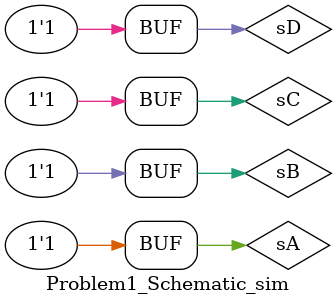
<source format=sv>
`timescale 1ns / 1ps


module Problem1_Schematic_sim();
    logic sA, sB, sC, sD, sX, sY, sZ;
    
    Problem1_Schematic UUT (
        .A(sA), .B(sB), .C(sC), .D(sD), .X(sX), .Y(sY), .Z(sZ) );
        
    initial begin
        sA = 0;
        sB = 0;
        sC = 0;
        sD = 0;
        #10;
        
        sA = 0;
        sB = 0;
        sC = 0;
        sD = 1;
        #10;
        
        sA = 0;
        sB = 0;
        sC = 1;
        sD = 0;
        #10;
        
        sA = 0;
        sB = 0;
        sC = 1;
        sD = 1;
        #10;
        
        sA = 0;
        sB = 1;
        sC = 0;
        sD = 0;
        #10;
        
        sA = 0;
        sB = 1;
        sC = 0;
        sD = 1;
        #10;
        
        sA = 0;
        sB = 1;
        sC = 1;
        sD = 0;
        #10;
        
        sA = 0;
        sB = 1;
        sC = 1;
        sD = 1;
        #10;
        
        sA = 1;
        sB = 0;
        sC = 0;
        sD = 0;
        #10;
        
        sA = 1;
        sB = 0;
        sC = 0;
        sD = 1;
        #10;
        
        sA = 1;
        sB = 0;
        sC = 1;
        sD = 0;
        #10;
        
        sA = 1;
        sB = 0;
        sC = 1;
        sD = 1;
        #10;
        
        sA = 1;
        sB = 1;
        sC = 0;
        sD = 0;
        #10;
        
        sA = 1;
        sB = 1;
        sC = 0;
        sD = 1;
        #10;
        
        sA = 1;
        sB = 1;
        sC = 1;
        sD = 0;
        #10;
        
        sA = 1;
        sB = 1;
        sC = 1;
        sD = 1;
        #10;
        
    end
    
endmodule

</source>
